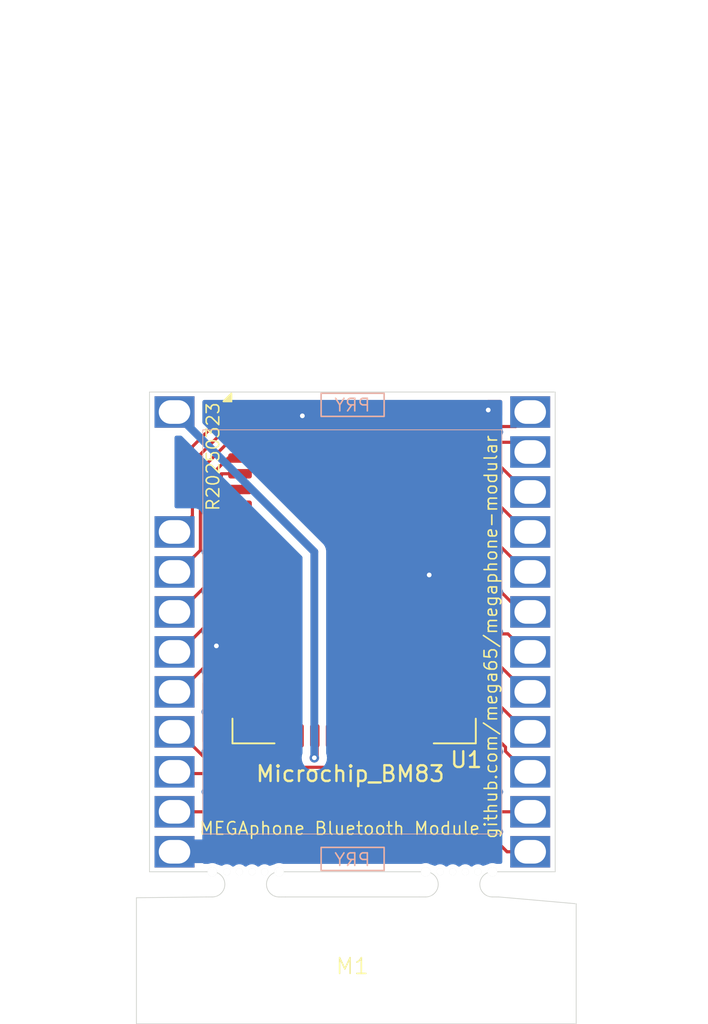
<source format=kicad_pcb>
(kicad_pcb (version 20240108) (generator "pcbnew") (generator_version "8.0")
  (layers (0 "F.Cu" signal) (31 "B.Cu" signal) (34 "B.Paste" user) (35 "F.Paste" user) (36 "B.SilkS" user "B.Silkscreen") (37 "F.SilkS" user "F.Silkscreen") (38 "B.Mask" user) (39 "F.Mask" user) (44 "Edge.Cuts" user))
  (net 0 "")
  (net 28 "UART_CTS")
  (net 29 "UART_RXD")
  (net 30 "UART_TX_IND")
  (net 31 "LED2")
  (net 32 "PWM")
  (net 33 "VBAT")
  (net 34 "SDA")
  (net 35 "SCL")
  (net 36 "DR1")
  (net 37 "GND")
  (net 38 "TEMP1")
  (net 39 "UART_TXD")
  (net 40 "MCLK1")
  (net 41 "RFS1")
  (net 42 "GPIO_P2_3")
  (net 43 "SCLK1")
  (net 44 "MFB")
  (net 45 "UART_RTS")
  (net 46 "{slash}RESET")
  (net 47 "TEMP2")
  (net 48 "DT1")
  (net 49 "LED1")
  (footprint "RF_Module:Microchip_BM83" (layer "F.Cu") (at 109.082 62.481)
    (property "Reference" "U1" (at 7.123 17.275 0) (layer "F.SilkS"))
    (property "Value" "Microchip_BM83" (at -0.243 18.164 0) (layer "F.SilkS"))
    (fp_line (start -7.73 14.66) (end -7.73 16.23) (stroke (width 0.12)) (layer "F.SilkS"))
    (fp_line (start -7.73 16.23) (end -5.06 16.23) (stroke (width 0.12)) (layer "F.SilkS"))
    (fp_line (start 5.06 16.23) (end 7.73 16.23) (stroke (width 0.12)) (layer "F.SilkS"))
    (fp_line (start 7.73 16.23) (end 7.73 14.66) (stroke (width 0.12)) (layer "F.SilkS"))
    (fp_poly (pts (xy -7.8 -5.5) (xy -8.3 -5.5) (xy -7.8 -6) (xy -7.8 -5.5)) (stroke (width 0.12)) (fill solid) (layer "F.SilkS"))
    (pad "1" smd roundrect (at -7.25 -4.9) (size 1.5 0.6) (layers "F.Cu" "F.Paste" "F.Mask") (net 36 "DR1"))
    (pad "2" smd roundrect (at -7.25 -3.9) (size 1.5 0.6) (layers "F.Cu" "F.Paste" "F.Mask") (net 41 "RFS1"))
    (pad "3" smd roundrect (at -7.25 -2.9) (size 1.5 0.6) (layers "F.Cu" "F.Paste" "F.Mask") (net 43 "SCLK1"))
    (pad "4" smd roundrect (at -7.25 -1.9) (size 1.5 0.6) (layers "F.Cu" "F.Paste" "F.Mask") (net 48 "DT1"))
    (pad "5" smd roundrect (at -7.25 -0.9) (size 1.5 0.6) (layers "F.Cu" "F.Paste" "F.Mask") (net 40 "MCLK1"))
    (pad "6" smd roundrect (at -7.25 0.1) (size 1.5 0.6) (layers "F.Cu" "F.Paste" "F.Mask"))
    (pad "7" smd roundrect (at -7.25 1.1) (size 1.5 0.6) (layers "F.Cu" "F.Paste" "F.Mask"))
    (pad "8" smd roundrect (at -7.25 2.1) (size 1.5 0.6) (layers "F.Cu" "F.Paste" "F.Mask"))
    (pad "9" smd roundrect (at -7.25 3.1) (size 1.5 0.6) (layers "F.Cu" "F.Paste" "F.Mask"))
    (pad "10" smd roundrect (at -7.25 4.1) (size 1.5 0.6) (layers "F.Cu" "F.Paste" "F.Mask"))
    (pad "11" smd roundrect (at -7.25 5.1) (size 1.5 0.6) (layers "F.Cu" "F.Paste" "F.Mask"))
    (pad "12" smd roundrect (at -7.25 6.1) (size 1.5 0.6) (layers "F.Cu" "F.Paste" "F.Mask"))
    (pad "13" smd roundrect (at -7.25 7.1) (size 1.5 0.6) (layers "F.Cu" "F.Paste" "F.Mask"))
    (pad "14" smd roundrect (at -7.25 8.1) (size 1.5 0.6) (layers "F.Cu" "F.Paste" "F.Mask"))
    (pad "15" smd roundrect (at -7.25 9.1) (size 1.5 0.6) (layers "F.Cu" "F.Paste" "F.Mask"))
    (pad "16" smd roundrect (at -7.25 10.1) (size 1.5 0.6) (layers "F.Cu" "F.Paste" "F.Mask") (net 37 "GND"))
    (pad "17" smd roundrect (at -7.25 11.1) (size 1.5 0.6) (layers "F.Cu" "F.Paste" "F.Mask"))
    (pad "18" smd roundrect (at -7.25 12.1) (size 1.5 0.6) (layers "F.Cu" "F.Paste" "F.Mask"))
    (pad "19" smd roundrect (at -7.25 13.1) (size 1.5 0.6) (layers "F.Cu" "F.Paste" "F.Mask"))
    (pad "20" smd roundrect (at -7.25 14.1) (size 1.5 0.6) (layers "F.Cu" "F.Paste" "F.Mask"))
    (pad "21" smd roundrect (at -4.5 15.75) (size 0.6 1.5) (layers "F.Cu" "F.Paste" "F.Mask"))
    (pad "22" smd roundrect (at -3.5 15.75) (size 0.6 1.5) (layers "F.Cu" "F.Paste" "F.Mask"))
    (pad "23" smd roundrect (at -2.5 15.75) (size 0.6 1.5) (layers "F.Cu" "F.Paste" "F.Mask") (net 33 "VBAT"))
    (pad "24" smd roundrect (at -1.5 15.75) (size 0.6 1.5) (layers "F.Cu" "F.Paste" "F.Mask"))
    (pad "25" smd roundrect (at -0.5 15.75) (size 0.6 1.5) (layers "F.Cu" "F.Paste" "F.Mask"))
    (pad "26" smd roundrect (at 0.5 15.75) (size 0.6 1.5) (layers "F.Cu" "F.Paste" "F.Mask") (net 44 "MFB"))
    (pad "27" smd roundrect (at 1.5 15.75) (size 0.6 1.5) (layers "F.Cu" "F.Paste" "F.Mask") (net 38 "TEMP1"))
    (pad "28" smd roundrect (at 2.5 15.75) (size 0.6 1.5) (layers "F.Cu" "F.Paste" "F.Mask") (net 47 "TEMP2"))
    (pad "29" smd roundrect (at 3.5 15.75) (size 0.6 1.5) (layers "F.Cu" "F.Paste" "F.Mask") (net 29 "UART_RXD"))
    (pad "30" smd roundrect (at 4.5 15.75) (size 0.6 1.5) (layers "F.Cu" "F.Paste" "F.Mask") (net 39 "UART_TXD"))
    (pad "31" smd roundrect (at 7.25 14.1) (size 1.5 0.6) (layers "F.Cu" "F.Paste" "F.Mask") (net 45 "UART_RTS"))
    (pad "32" smd roundrect (at 7.25 13.1) (size 1.5 0.6) (layers "F.Cu" "F.Paste" "F.Mask") (net 49 "LED1"))
    (pad "33" smd roundrect (at 7.25 12.1) (size 1.5 0.6) (layers "F.Cu" "F.Paste" "F.Mask"))
    (pad "34" smd roundrect (at 7.25 11.1) (size 1.5 0.6) (layers "F.Cu" "F.Paste" "F.Mask") (net 31 "LED2"))
    (pad "35" smd roundrect (at 7.25 10.1) (size 1.5 0.6) (layers "F.Cu" "F.Paste" "F.Mask"))
    (pad "36" smd roundrect (at 7.25 9.1) (size 1.5 0.6) (layers "F.Cu" "F.Paste" "F.Mask"))
    (pad "37" smd roundrect (at 7.25 8.1) (size 1.5 0.6) (layers "F.Cu" "F.Paste" "F.Mask"))
    (pad "38" smd roundrect (at 7.25 7.1) (size 1.5 0.6) (layers "F.Cu" "F.Paste" "F.Mask"))
    (pad "39" smd roundrect (at 7.25 6.1) (size 1.5 0.6) (layers "F.Cu" "F.Paste" "F.Mask"))
    (pad "40" smd roundrect (at 7.25 5.1) (size 1.5 0.6) (layers "F.Cu" "F.Paste" "F.Mask"))
    (pad "41" smd roundrect (at 7.25 4.1) (size 1.5 0.6) (layers "F.Cu" "F.Paste" "F.Mask") (net 32 "PWM"))
    (pad "42" smd roundrect (at 7.25 3.1) (size 1.5 0.6) (layers "F.Cu" "F.Paste" "F.Mask") (net 42 "GPIO_P2_3"))
    (pad "43" smd roundrect (at 7.25 2.1) (size 1.5 0.6) (layers "F.Cu" "F.Paste" "F.Mask") (net 46 "{slash}RESET"))
    (pad "44" smd roundrect (at 7.25 1.1) (size 1.5 0.6) (layers "F.Cu" "F.Paste" "F.Mask"))
    (pad "45" smd roundrect (at 7.25 0.1) (size 1.5 0.6) (layers "F.Cu" "F.Paste" "F.Mask"))
    (pad "46" smd roundrect (at 7.25 -0.9) (size 1.5 0.6) (layers "F.Cu" "F.Paste" "F.Mask") (net 35 "SCL"))
    (pad "47" smd roundrect (at 7.25 -1.9) (size 1.5 0.6) (layers "F.Cu" "F.Paste" "F.Mask") (net 34 "SDA"))
    (pad "48" smd roundrect (at 7.25 -2.9) (size 1.5 0.6) (layers "F.Cu" "F.Paste" "F.Mask") (net 28 "UART_CTS"))
    (pad "49" smd roundrect (at 7.25 -3.9) (size 1.5 0.6) (layers "F.Cu" "F.Paste" "F.Mask") (net 30 "UART_TX_IND"))
    (pad "50" smd roundrect (at 7.25 -4.9) (size 1.5 0.6) (layers "F.Cu" "F.Paste" "F.Mask") (net 37 "GND"))
    (pad "56" smd roundrect (at 4.77 5.53) (size 1.78 1.78) (layers "F.Cu" "F.Paste" "F.Mask") (roundrect_rratio 0.1404494382) (net 37 "GND"))
    (pad "57" smd roundrect (at -3.29 -4.58) (size 2.79 0.76) (layers "F.Cu" "F.Paste" "F.Mask") (net 37 "GND"))
    (zone (net 0) (net_name "") (layer "F.Cu") (connect_pads (clearance 0)) (min_thickness 0.25)
      (keepout (tracks not_allowed) (vias allowed) (pads allowed) (copperpour not_allowed) (footprints allowed))
      (fill (thermal_gap 0.5) (thermal_bridge_width 0.5))
      (polygon (pts (xy 102.782 56.481) (xy 102.782 77.081) (xy 101.582 77.081) (xy 101.582 78.481) (xy 104.082 78.481) (xy 104.082 77.281) (xy 114.082 77.281) (xy 114.082 78.481) (xy 116.582 78.481) (xy 116.582 77.081) (xy 115.382 77.081) (xy 115.382 56.481)))
    )
    (zone (net 0) (net_name "") (layers "F.Cu" "B.Cu" "Cmts.User") (connect_pads (clearance 0)) (min_thickness 0.25)
      (keepout (tracks not_allowed) (vias not_allowed) (pads not_allowed) (copperpour not_allowed) (footprints not_allowed))
      (fill (thermal_gap 0.5) (thermal_bridge_width 0.5))
      (polygon (pts (xy 86.582 31.481) (xy 86.582 56.481) (xy 131.582 56.481) (xy 131.582 31.481)))
    )
  )
  (footprint "MegaCastle:MegaCastle2x12-Module-I19.0x25.7-M9FFFFF-PANEL-NIBBLE" (layer "F.Cu") (at 108.969 71.628)
    (property "Reference" "M1" (at 0 21.24 0) (layer "F.SilkS") (effects (font (thickness 0.1))))
    (property "Value" "~")
    (fp_rect (start -9.5 12.84) (end 9.5 -12.84) (stroke (width 0.05)) (fill none) (layer "B.SilkS"))
    (fp_rect (start -1.984241 -13.691) (end 2.019516 -15.16) (stroke (width 0.1)) (fill none) (layer "B.SilkS"))
    (fp_rect (start -1.984241 13.691) (end 2.019516 15.16) (stroke (width 0.1)) (fill none) (layer "B.SilkS"))
    (fp_line (start -12.8875 -15.24) (end -12.8875 15.24) (stroke (width 0.05)) (layer "Edge.Cuts"))
    (fp_line (start -12.8875 -15.24) (end 12.8875 -15.24) (stroke (width 0.05)) (layer "Edge.Cuts"))
    (fp_line (start -12.8875 15.24) (end -9.3 15.24) (stroke (width 0.05)) (layer "Edge.Cuts"))
    (fp_line (start -9.3 15.24) (end -8.9 15.24) (stroke (width 0.05)) (layer "Edge.Cuts"))
    (fp_line (start -9.3 16.84) (end -8.9 16.84) (stroke (width 0.05)) (layer "Edge.Cuts"))
    (fp_line (start -4.255 15.24) (end -4.655 15.24) (stroke (width 0.05)) (layer "Edge.Cuts"))
    (fp_line (start -4.255 15.24) (end 4.255 15.24) (stroke (width 0.05)) (layer "Edge.Cuts"))
    (fp_line (start -4.255 16.84) (end -4.655 16.84) (stroke (width 0.05)) (layer "Edge.Cuts"))
    (fp_line (start 4.255 15.24) (end 4.655 15.24) (stroke (width 0.05)) (layer "Edge.Cuts"))
    (fp_line (start 4.255 16.84) (end 4.655 16.84) (stroke (width 0.05)) (layer "Edge.Cuts"))
    (fp_line (start 9.3 15.24) (end 8.900001 15.24) (stroke (width 0.05)) (layer "Edge.Cuts"))
    (fp_line (start 9.3 15.24) (end 12.8875 15.24) (stroke (width 0.05)) (layer "Edge.Cuts"))
    (fp_line (start 9.3 16.84) (end 8.900001 16.84) (stroke (width 0.05)) (layer "Edge.Cuts"))
    (fp_line (start 12.8875 -15.24) (end 12.8875 15.24) (stroke (width 0.05)) (layer "Edge.Cuts"))
    (fp_arc (start -8.9 15.24) (mid -8.1 16.040001) (end -8.9 16.84) (stroke (width 0.05)) (layer "Edge.Cuts"))
    (fp_arc (start -4.655 16.84) (mid -5.455 16.04) (end -4.655 15.24) (stroke (width 0.05)) (layer "Edge.Cuts"))
    (fp_arc (start 4.655 15.24) (mid 5.455 16.040001) (end 4.655 16.84) (stroke (width 0.05)) (layer "Edge.Cuts"))
    (fp_arc (start 8.900001 16.84) (mid 8.1 16.04) (end 8.900001 15.24) (stroke (width 0.05)) (layer "Edge.Cuts"))
    (fp_text user "PRY" (at 0 14.94 0) (layer "B.SilkS") (effects (font (size 0.8 0.8) (thickness 0.1)) (justify bottom mirror)))
    (fp_text user "PRY" (at 0 -13.94 0) (layer "B.SilkS") (effects (font (size 0.8 0.8) (thickness 0.1)) (justify bottom mirror)))
    (pad "" np_thru_hole circle (at -8.9 15.24) (size 0.6 0.6) (drill 0.6) (layers "*.Cu" "In1.Cu" "In2.Cu" "In3.Cu" "In4.Cu" "In5.Cu" "In6.Cu" "In7.Cu" "In8.Cu" "In9.Cu" "In10.Cu" "In11.Cu" "In12.Cu" "In13.Cu" "In14.Cu" "In15.Cu" "In16.Cu" "In17.Cu" "In18.Cu" "In19.Cu" "In20.Cu" "In21.Cu" "In22.Cu" "In23.Cu" "In24.Cu" "In25.Cu" "In26.Cu" "In27.Cu" "In28.Cu" "In29.Cu" "In30.Cu" "Edge.Cuts"))
    (pad "" np_thru_hole circle (at -7.9775 15.24) (size 0.45 0.45) (drill 0.45) (layers "*.Cu" "In1.Cu" "In2.Cu" "In3.Cu" "In4.Cu" "In5.Cu" "In6.Cu" "In7.Cu" "In8.Cu" "In9.Cu" "In10.Cu" "In11.Cu" "In12.Cu" "In13.Cu" "In14.Cu" "In15.Cu" "In16.Cu" "In17.Cu" "In18.Cu" "In19.Cu" "In20.Cu" "In21.Cu" "In22.Cu" "In23.Cu" "In24.Cu" "In25.Cu" "In26.Cu" "In27.Cu" "In28.Cu" "In29.Cu" "In30.Cu" "Edge.Cuts"))
    (pad "" np_thru_hole circle (at -7.1775 15.24) (size 0.45 0.45) (drill 0.45) (layers "*.Cu" "In1.Cu" "In2.Cu" "In3.Cu" "In4.Cu" "In5.Cu" "In6.Cu" "In7.Cu" "In8.Cu" "In9.Cu" "In10.Cu" "In11.Cu" "In12.Cu" "In13.Cu" "In14.Cu" "In15.Cu" "In16.Cu" "In17.Cu" "In18.Cu" "In19.Cu" "In20.Cu" "In21.Cu" "In22.Cu" "In23.Cu" "In24.Cu" "In25.Cu" "In26.Cu" "In27.Cu" "In28.Cu" "In29.Cu" "In30.Cu" "Edge.Cuts"))
    (pad "" np_thru_hole circle (at -6.3775 15.24) (size 0.45 0.45) (drill 0.45) (layers "*.Cu" "In1.Cu" "In2.Cu" "In3.Cu" "In4.Cu" "In5.Cu" "In6.Cu" "In7.Cu" "In8.Cu" "In9.Cu" "In10.Cu" "In11.Cu" "In12.Cu" "In13.Cu" "In14.Cu" "In15.Cu" "In16.Cu" "In17.Cu" "In18.Cu" "In19.Cu" "In20.Cu" "In21.Cu" "In22.Cu" "In23.Cu" "In24.Cu" "In25.Cu" "In26.Cu" "In27.Cu" "In28.Cu" "In29.Cu" "In30.Cu" "Edge.Cuts"))
    (pad "" np_thru_hole circle (at -5.5775 15.24) (size 0.45 0.45) (drill 0.45) (layers "*.Cu" "In1.Cu" "In2.Cu" "In3.Cu" "In4.Cu" "In5.Cu" "In6.Cu" "In7.Cu" "In8.Cu" "In9.Cu" "In10.Cu" "In11.Cu" "In12.Cu" "In13.Cu" "In14.Cu" "In15.Cu" "In16.Cu" "In17.Cu" "In18.Cu" "In19.Cu" "In20.Cu" "In21.Cu" "In22.Cu" "In23.Cu" "In24.Cu" "In25.Cu" "In26.Cu" "In27.Cu" "In28.Cu" "In29.Cu" "In30.Cu" "Edge.Cuts"))
    (pad "" np_thru_hole circle (at -4.655 15.24) (size 0.6 0.6) (drill 0.6) (layers "*.Cu" "In1.Cu" "In2.Cu" "In3.Cu" "In4.Cu" "In5.Cu" "In6.Cu" "In7.Cu" "In8.Cu" "In9.Cu" "In10.Cu" "In11.Cu" "In12.Cu" "In13.Cu" "In14.Cu" "In15.Cu" "In16.Cu" "In17.Cu" "In18.Cu" "In19.Cu" "In20.Cu" "In21.Cu" "In22.Cu" "In23.Cu" "In24.Cu" "In25.Cu" "In26.Cu" "In27.Cu" "In28.Cu" "In29.Cu" "In30.Cu" "Edge.Cuts"))
    (pad "" np_thru_hole circle (at 4.655 15.24) (size 0.6 0.6) (drill 0.6) (layers "*.Cu" "In1.Cu" "In2.Cu" "In3.Cu" "In4.Cu" "In5.Cu" "In6.Cu" "In7.Cu" "In8.Cu" "In9.Cu" "In10.Cu" "In11.Cu" "In12.Cu" "In13.Cu" "In14.Cu" "In15.Cu" "In16.Cu" "In17.Cu" "In18.Cu" "In19.Cu" "In20.Cu" "In21.Cu" "In22.Cu" "In23.Cu" "In24.Cu" "In25.Cu" "In26.Cu" "In27.Cu" "In28.Cu" "In29.Cu" "In30.Cu" "Edge.Cuts"))
    (pad "" np_thru_hole circle (at 5.5775 15.24) (size 0.45 0.45) (drill 0.45) (layers "*.Cu" "In1.Cu" "In2.Cu" "In3.Cu" "In4.Cu" "In5.Cu" "In6.Cu" "In7.Cu" "In8.Cu" "In9.Cu" "In10.Cu" "In11.Cu" "In12.Cu" "In13.Cu" "In14.Cu" "In15.Cu" "In16.Cu" "In17.Cu" "In18.Cu" "In19.Cu" "In20.Cu" "In21.Cu" "In22.Cu" "In23.Cu" "In24.Cu" "In25.Cu" "In26.Cu" "In27.Cu" "In28.Cu" "In29.Cu" "In30.Cu" "Edge.Cuts"))
    (pad "" np_thru_hole circle (at 6.3775 15.24) (size 0.45 0.45) (drill 0.45) (layers "*.Cu" "In1.Cu" "In2.Cu" "In3.Cu" "In4.Cu" "In5.Cu" "In6.Cu" "In7.Cu" "In8.Cu" "In9.Cu" "In10.Cu" "In11.Cu" "In12.Cu" "In13.Cu" "In14.Cu" "In15.Cu" "In16.Cu" "In17.Cu" "In18.Cu" "In19.Cu" "In20.Cu" "In21.Cu" "In22.Cu" "In23.Cu" "In24.Cu" "In25.Cu" "In26.Cu" "In27.Cu" "In28.Cu" "In29.Cu" "In30.Cu" "Edge.Cuts"))
    (pad "" np_thru_hole circle (at 7.1775 15.24) (size 0.45 0.45) (drill 0.45) (layers "*.Cu" "In1.Cu" "In2.Cu" "In3.Cu" "In4.Cu" "In5.Cu" "In6.Cu" "In7.Cu" "In8.Cu" "In9.Cu" "In10.Cu" "In11.Cu" "In12.Cu" "In13.Cu" "In14.Cu" "In15.Cu" "In16.Cu" "In17.Cu" "In18.Cu" "In19.Cu" "In20.Cu" "In21.Cu" "In22.Cu" "In23.Cu" "In24.Cu" "In25.Cu" "In26.Cu" "In27.Cu" "In28.Cu" "In29.Cu" "In30.Cu" "Edge.Cuts"))
    (pad "" np_thru_hole circle (at 7.9775 15.24) (size 0.45 0.45) (drill 0.45) (layers "*.Cu" "In1.Cu" "In2.Cu" "In3.Cu" "In4.Cu" "In5.Cu" "In6.Cu" "In7.Cu" "In8.Cu" "In9.Cu" "In10.Cu" "In11.Cu" "In12.Cu" "In13.Cu" "In14.Cu" "In15.Cu" "In16.Cu" "In17.Cu" "In18.Cu" "In19.Cu" "In20.Cu" "In21.Cu" "In22.Cu" "In23.Cu" "In24.Cu" "In25.Cu" "In26.Cu" "In27.Cu" "In28.Cu" "In29.Cu" "In30.Cu" "Edge.Cuts"))
    (pad "" np_thru_hole circle (at 8.900001 15.24) (size 0.6 0.6) (drill 0.6) (layers "*.Cu" "In1.Cu" "In2.Cu" "In3.Cu" "In4.Cu" "In5.Cu" "In6.Cu" "In7.Cu" "In8.Cu" "In9.Cu" "In10.Cu" "In11.Cu" "In12.Cu" "In13.Cu" "In14.Cu" "In15.Cu" "In16.Cu" "In17.Cu" "In18.Cu" "In19.Cu" "In20.Cu" "In21.Cu" "In22.Cu" "In23.Cu" "In24.Cu" "In25.Cu" "In26.Cu" "In27.Cu" "In28.Cu" "In29.Cu" "In30.Cu" "Edge.Cuts"))
    (pad "1" thru_hole rect (at -11.3 -13.97) (size 2.54 2) (drill oval 2 1.5) (property pad_prop_castellated) (layers "*.Cu" "*.Mask" "In1.Cu" "In2.Cu" "In3.Cu" "In4.Cu" "In5.Cu" "In6.Cu" "In7.Cu" "In8.Cu" "In9.Cu" "In10.Cu" "In11.Cu" "In12.Cu" "In13.Cu" "In14.Cu" "In15.Cu" "In16.Cu" "In17.Cu" "In18.Cu" "In19.Cu" "In20.Cu" "In21.Cu" "In22.Cu" "In23.Cu" "In24.Cu" "In25.Cu" "In26.Cu" "In27.Cu" "In28.Cu" "In29.Cu" "In30.Cu") (net 33 "VBAT"))
    (pad "4" thru_hole rect (at -11.3 -6.35) (size 2.54 2) (drill oval 2 1.5) (property pad_prop_castellated) (layers "*.Cu" "*.Mask" "In1.Cu" "In2.Cu" "In3.Cu" "In4.Cu" "In5.Cu" "In6.Cu" "In7.Cu" "In8.Cu" "In9.Cu" "In10.Cu" "In11.Cu" "In12.Cu" "In13.Cu" "In14.Cu" "In15.Cu" "In16.Cu" "In17.Cu" "In18.Cu" "In19.Cu" "In20.Cu" "In21.Cu" "In22.Cu" "In23.Cu" "In24.Cu" "In25.Cu" "In26.Cu" "In27.Cu" "In28.Cu" "In29.Cu" "In30.Cu") (net 36 "DR1"))
    (pad "5" thru_hole rect (at -11.3 -3.81) (size 2.54 2) (drill oval 2 1.5) (property pad_prop_castellated) (layers "*.Cu" "*.Mask" "In1.Cu" "In2.Cu" "In3.Cu" "In4.Cu" "In5.Cu" "In6.Cu" "In7.Cu" "In8.Cu" "In9.Cu" "In10.Cu" "In11.Cu" "In12.Cu" "In13.Cu" "In14.Cu" "In15.Cu" "In16.Cu" "In17.Cu" "In18.Cu" "In19.Cu" "In20.Cu" "In21.Cu" "In22.Cu" "In23.Cu" "In24.Cu" "In25.Cu" "In26.Cu" "In27.Cu" "In28.Cu" "In29.Cu" "In30.Cu") (net 41 "RFS1"))
    (pad "6" thru_hole rect (at -11.3 -1.27) (size 2.54 2) (drill oval 2 1.5) (property pad_prop_castellated) (layers "*.Cu" "*.Mask" "In1.Cu" "In2.Cu" "In3.Cu" "In4.Cu" "In5.Cu" "In6.Cu" "In7.Cu" "In8.Cu" "In9.Cu" "In10.Cu" "In11.Cu" "In12.Cu" "In13.Cu" "In14.Cu" "In15.Cu" "In16.Cu" "In17.Cu" "In18.Cu" "In19.Cu" "In20.Cu" "In21.Cu" "In22.Cu" "In23.Cu" "In24.Cu" "In25.Cu" "In26.Cu" "In27.Cu" "In28.Cu" "In29.Cu" "In30.Cu") (net 43 "SCLK1"))
    (pad "7" thru_hole rect (at -11.3 1.27) (size 2.54 2) (drill oval 2 1.5) (property pad_prop_castellated) (layers "*.Cu" "*.Mask" "In1.Cu" "In2.Cu" "In3.Cu" "In4.Cu" "In5.Cu" "In6.Cu" "In7.Cu" "In8.Cu" "In9.Cu" "In10.Cu" "In11.Cu" "In12.Cu" "In13.Cu" "In14.Cu" "In15.Cu" "In16.Cu" "In17.Cu" "In18.Cu" "In19.Cu" "In20.Cu" "In21.Cu" "In22.Cu" "In23.Cu" "In24.Cu" "In25.Cu" "In26.Cu" "In27.Cu" "In28.Cu" "In29.Cu" "In30.Cu") (net 48 "DT1"))
    (pad "8" thru_hole rect (at -11.3 3.81) (size 2.54 2) (drill oval 2 1.5) (property pad_prop_castellated) (layers "*.Cu" "*.Mask" "In1.Cu" "In2.Cu" "In3.Cu" "In4.Cu" "In5.Cu" "In6.Cu" "In7.Cu" "In8.Cu" "In9.Cu" "In10.Cu" "In11.Cu" "In12.Cu" "In13.Cu" "In14.Cu" "In15.Cu" "In16.Cu" "In17.Cu" "In18.Cu" "In19.Cu" "In20.Cu" "In21.Cu" "In22.Cu" "In23.Cu" "In24.Cu" "In25.Cu" "In26.Cu" "In27.Cu" "In28.Cu" "In29.Cu" "In30.Cu") (net 40 "MCLK1"))
    (pad "9" thru_hole rect (at -11.3 6.35) (size 2.54 2) (drill oval 2 1.5) (property pad_prop_castellated) (layers "*.Cu" "*.Mask" "In1.Cu" "In2.Cu" "In3.Cu" "In4.Cu" "In5.Cu" "In6.Cu" "In7.Cu" "In8.Cu" "In9.Cu" "In10.Cu" "In11.Cu" "In12.Cu" "In13.Cu" "In14.Cu" "In15.Cu" "In16.Cu" "In17.Cu" "In18.Cu" "In19.Cu" "In20.Cu" "In21.Cu" "In22.Cu" "In23.Cu" "In24.Cu" "In25.Cu" "In26.Cu" "In27.Cu" "In28.Cu" "In29.Cu" "In30.Cu") (net 44 "MFB"))
    (pad "10" thru_hole rect (at -11.3 8.89) (size 2.54 2) (drill oval 2 1.5) (property pad_prop_castellated) (layers "*.Cu" "*.Mask" "In1.Cu" "In2.Cu" "In3.Cu" "In4.Cu" "In5.Cu" "In6.Cu" "In7.Cu" "In8.Cu" "In9.Cu" "In10.Cu" "In11.Cu" "In12.Cu" "In13.Cu" "In14.Cu" "In15.Cu" "In16.Cu" "In17.Cu" "In18.Cu" "In19.Cu" "In20.Cu" "In21.Cu" "In22.Cu" "In23.Cu" "In24.Cu" "In25.Cu" "In26.Cu" "In27.Cu" "In28.Cu" "In29.Cu" "In30.Cu") (net 38 "TEMP1"))
    (pad "11" thru_hole rect (at -11.3 11.43) (size 2.54 2) (drill oval 2 1.5) (property pad_prop_castellated) (layers "*.Cu" "*.Mask" "In1.Cu" "In2.Cu" "In3.Cu" "In4.Cu" "In5.Cu" "In6.Cu" "In7.Cu" "In8.Cu" "In9.Cu" "In10.Cu" "In11.Cu" "In12.Cu" "In13.Cu" "In14.Cu" "In15.Cu" "In16.Cu" "In17.Cu" "In18.Cu" "In19.Cu" "In20.Cu" "In21.Cu" "In22.Cu" "In23.Cu" "In24.Cu" "In25.Cu" "In26.Cu" "In27.Cu" "In28.Cu" "In29.Cu" "In30.Cu") (net 47 "TEMP2"))
    (pad "12" thru_hole rect (at -11.3 13.97) (size 2.54 2) (drill oval 2 1.5) (property pad_prop_castellated) (layers "*.Cu" "*.Mask" "In1.Cu" "In2.Cu" "In3.Cu" "In4.Cu" "In5.Cu" "In6.Cu" "In7.Cu" "In8.Cu" "In9.Cu" "In10.Cu" "In11.Cu" "In12.Cu" "In13.Cu" "In14.Cu" "In15.Cu" "In16.Cu" "In17.Cu" "In18.Cu" "In19.Cu" "In20.Cu" "In21.Cu" "In22.Cu" "In23.Cu" "In24.Cu" "In25.Cu" "In26.Cu" "In27.Cu" "In28.Cu" "In29.Cu" "In30.Cu") (net 37 "GND"))
    (pad "13" thru_hole rect (at 11.3 -13.97) (size 2.54 2) (drill oval 2 1.5) (property pad_prop_castellated) (layers "*.Cu" "*.Mask" "In1.Cu" "In2.Cu" "In3.Cu" "In4.Cu" "In5.Cu" "In6.Cu" "In7.Cu" "In8.Cu" "In9.Cu" "In10.Cu" "In11.Cu" "In12.Cu" "In13.Cu" "In14.Cu" "In15.Cu" "In16.Cu" "In17.Cu" "In18.Cu" "In19.Cu" "In20.Cu" "In21.Cu" "In22.Cu" "In23.Cu" "In24.Cu" "In25.Cu" "In26.Cu" "In27.Cu" "In28.Cu" "In29.Cu" "In30.Cu") (net 30 "UART_TX_IND"))
    (pad "14" thru_hole rect (at 11.3 -11.43) (size 2.54 2) (drill oval 2 1.5) (property pad_prop_castellated) (layers "*.Cu" "*.Mask" "In1.Cu" "In2.Cu" "In3.Cu" "In4.Cu" "In5.Cu" "In6.Cu" "In7.Cu" "In8.Cu" "In9.Cu" "In10.Cu" "In11.Cu" "In12.Cu" "In13.Cu" "In14.Cu" "In15.Cu" "In16.Cu" "In17.Cu" "In18.Cu" "In19.Cu" "In20.Cu" "In21.Cu" "In22.Cu" "In23.Cu" "In24.Cu" "In25.Cu" "In26.Cu" "In27.Cu" "In28.Cu" "In29.Cu" "In30.Cu") (net 28 "UART_CTS"))
    (pad "15" thru_hole rect (at 11.3 -8.89) (size 2.54 2) (drill oval 2 1.5) (property pad_prop_castellated) (layers "*.Cu" "*.Mask" "In1.Cu" "In2.Cu" "In3.Cu" "In4.Cu" "In5.Cu" "In6.Cu" "In7.Cu" "In8.Cu" "In9.Cu" "In10.Cu" "In11.Cu" "In12.Cu" "In13.Cu" "In14.Cu" "In15.Cu" "In16.Cu" "In17.Cu" "In18.Cu" "In19.Cu" "In20.Cu" "In21.Cu" "In22.Cu" "In23.Cu" "In24.Cu" "In25.Cu" "In26.Cu" "In27.Cu" "In28.Cu" "In29.Cu" "In30.Cu") (net 34 "SDA"))
    (pad "16" thru_hole rect (at 11.3 -6.35) (size 2.54 2) (drill oval 2 1.5) (property pad_prop_castellated) (layers "*.Cu" "*.Mask" "In1.Cu" "In2.Cu" "In3.Cu" "In4.Cu" "In5.Cu" "In6.Cu" "In7.Cu" "In8.Cu" "In9.Cu" "In10.Cu" "In11.Cu" "In12.Cu" "In13.Cu" "In14.Cu" "In15.Cu" "In16.Cu" "In17.Cu" "In18.Cu" "In19.Cu" "In20.Cu" "In21.Cu" "In22.Cu" "In23.Cu" "In24.Cu" "In25.Cu" "In26.Cu" "In27.Cu" "In28.Cu" "In29.Cu" "In30.Cu") (net 35 "SCL"))
    (pad "17" thru_hole rect (at 11.3 -3.81) (size 2.54 2) (drill oval 2 1.5) (property pad_prop_castellated) (layers "*.Cu" "*.Mask" "In1.Cu" "In2.Cu" "In3.Cu" "In4.Cu" "In5.Cu" "In6.Cu" "In7.Cu" "In8.Cu" "In9.Cu" "In10.Cu" "In11.Cu" "In12.Cu" "In13.Cu" "In14.Cu" "In15.Cu" "In16.Cu" "In17.Cu" "In18.Cu" "In19.Cu" "In20.Cu" "In21.Cu" "In22.Cu" "In23.Cu" "In24.Cu" "In25.Cu" "In26.Cu" "In27.Cu" "In28.Cu" "In29.Cu" "In30.Cu") (net 46 "{slash}RESET"))
    (pad "18" thru_hole rect (at 11.3 -1.27) (size 2.54 2) (drill oval 2 1.5) (property pad_prop_castellated) (layers "*.Cu" "*.Mask" "In1.Cu" "In2.Cu" "In3.Cu" "In4.Cu" "In5.Cu" "In6.Cu" "In7.Cu" "In8.Cu" "In9.Cu" "In10.Cu" "In11.Cu" "In12.Cu" "In13.Cu" "In14.Cu" "In15.Cu" "In16.Cu" "In17.Cu" "In18.Cu" "In19.Cu" "In20.Cu" "In21.Cu" "In22.Cu" "In23.Cu" "In24.Cu" "In25.Cu" "In26.Cu" "In27.Cu" "In28.Cu" "In29.Cu" "In30.Cu") (net 42 "GPIO_P2_3"))
    (pad "19" thru_hole rect (at 11.3 1.27) (size 2.54 2) (drill oval 2 1.5) (property pad_prop_castellated) (layers "*.Cu" "*.Mask" "In1.Cu" "In2.Cu" "In3.Cu" "In4.Cu" "In5.Cu" "In6.Cu" "In7.Cu" "In8.Cu" "In9.Cu" "In10.Cu" "In11.Cu" "In12.Cu" "In13.Cu" "In14.Cu" "In15.Cu" "In16.Cu" "In17.Cu" "In18.Cu" "In19.Cu" "In20.Cu" "In21.Cu" "In22.Cu" "In23.Cu" "In24.Cu" "In25.Cu" "In26.Cu" "In27.Cu" "In28.Cu" "In29.Cu" "In30.Cu") (net 32 "PWM"))
    (pad "20" thru_hole rect (at 11.3 3.81) (size 2.54 2) (drill oval 2 1.5) (property pad_prop_castellated) (layers "*.Cu" "*.Mask" "In1.Cu" "In2.Cu" "In3.Cu" "In4.Cu" "In5.Cu" "In6.Cu" "In7.Cu" "In8.Cu" "In9.Cu" "In10.Cu" "In11.Cu" "In12.Cu" "In13.Cu" "In14.Cu" "In15.Cu" "In16.Cu" "In17.Cu" "In18.Cu" "In19.Cu" "In20.Cu" "In21.Cu" "In22.Cu" "In23.Cu" "In24.Cu" "In25.Cu" "In26.Cu" "In27.Cu" "In28.Cu" "In29.Cu" "In30.Cu") (net 31 "LED2"))
    (pad "21" thru_hole rect (at 11.3 6.35) (size 2.54 2) (drill oval 2 1.5) (property pad_prop_castellated) (layers "*.Cu" "*.Mask" "In1.Cu" "In2.Cu" "In3.Cu" "In4.Cu" "In5.Cu" "In6.Cu" "In7.Cu" "In8.Cu" "In9.Cu" "In10.Cu" "In11.Cu" "In12.Cu" "In13.Cu" "In14.Cu" "In15.Cu" "In16.Cu" "In17.Cu" "In18.Cu" "In19.Cu" "In20.Cu" "In21.Cu" "In22.Cu" "In23.Cu" "In24.Cu" "In25.Cu" "In26.Cu" "In27.Cu" "In28.Cu" "In29.Cu" "In30.Cu") (net 49 "LED1"))
    (pad "22" thru_hole rect (at 11.3 8.89) (size 2.54 2) (drill oval 2 1.5) (property pad_prop_castellated) (layers "*.Cu" "*.Mask" "In1.Cu" "In2.Cu" "In3.Cu" "In4.Cu" "In5.Cu" "In6.Cu" "In7.Cu" "In8.Cu" "In9.Cu" "In10.Cu" "In11.Cu" "In12.Cu" "In13.Cu" "In14.Cu" "In15.Cu" "In16.Cu" "In17.Cu" "In18.Cu" "In19.Cu" "In20.Cu" "In21.Cu" "In22.Cu" "In23.Cu" "In24.Cu" "In25.Cu" "In26.Cu" "In27.Cu" "In28.Cu" "In29.Cu" "In30.Cu") (net 45 "UART_RTS"))
    (pad "23" thru_hole rect (at 11.3 11.43) (size 2.54 2) (drill oval 2 1.5) (property pad_prop_castellated) (layers "*.Cu" "*.Mask" "In1.Cu" "In2.Cu" "In3.Cu" "In4.Cu" "In5.Cu" "In6.Cu" "In7.Cu" "In8.Cu" "In9.Cu" "In10.Cu" "In11.Cu" "In12.Cu" "In13.Cu" "In14.Cu" "In15.Cu" "In16.Cu" "In17.Cu" "In18.Cu" "In19.Cu" "In20.Cu" "In21.Cu" "In22.Cu" "In23.Cu" "In24.Cu" "In25.Cu" "In26.Cu" "In27.Cu" "In28.Cu" "In29.Cu" "In30.Cu") (net 39 "UART_TXD"))
    (pad "24" thru_hole rect (at 11.3 13.97) (size 2.54 2) (drill oval 2 1.5) (property pad_prop_castellated) (layers "*.Cu" "*.Mask" "In1.Cu" "In2.Cu" "In3.Cu" "In4.Cu" "In5.Cu" "In6.Cu" "In7.Cu" "In8.Cu" "In9.Cu" "In10.Cu" "In11.Cu" "In12.Cu" "In13.Cu" "In14.Cu" "In15.Cu" "In16.Cu" "In17.Cu" "In18.Cu" "In19.Cu" "In20.Cu" "In21.Cu" "In22.Cu" "In23.Cu" "In24.Cu" "In25.Cu" "In26.Cu" "In27.Cu" "In28.Cu" "In29.Cu" "In30.Cu") (net 29 "UART_RXD"))
  )
  (gr_line (start 95.25 96.52) (end 123.19 96.52) (stroke (width 0.05)) (layer "Edge.Cuts"))
  (gr_line (start 99.669 88.468) (end 95.25 88.519) (stroke (width 0.05)) (layer "Edge.Cuts"))
  (gr_line (start 95.25 88.519) (end 95.25 96.52) (stroke (width 0.05)) (layer "Edge.Cuts"))
  (gr_line (start 113.224 88.468) (end 104.714 88.468) (stroke (width 0.05)) (layer "Edge.Cuts"))
  (gr_line (start 123.19 96.52) (end 123.19 88.9) (stroke (width 0.05)) (layer "Edge.Cuts"))
  (gr_line (start 123.19 88.9) (end 118.269 88.468) (stroke (width 0.05)) (layer "Edge.Cuts"))
  (gr_text "MEGAphone Bluetooth Module" (at 99.187 84.582 0) (layer "F.SilkS") (effects (font (size 0.8 0.8) (thickness 0.1)) (justify left bottom)))
  (gr_text "github.com/mega65/megaphone-modular" (at 118.237 84.836 90) (layer "F.SilkS") (effects (font (size 0.8 0.8) (thickness 0.1)) (justify left bottom)))
  (gr_text "R20250323" (at 100.584 64.008 90) (layer "F.SilkS") (effects (font (size 0.8 0.8) (thickness 0.1)) (justify left bottom)))
  (segment (start 119.652 59.581) (end 116.332 59.581) (width 0.2) (layer "F.Cu") (net 28))
  (segment (start 120.269 60.198) (end 119.652 59.581) (width 0.2) (layer "F.Cu") (net 28))
  (segment (start 112.582 79.381) (end 112.582 78.231) (width 0.2) (layer "F.Cu") (net 29))
  (segment (start 118.799 85.598) (end 112.582 79.381) (width 0.2) (layer "F.Cu") (net 29))
  (segment (start 120.269 85.598) (end 118.799 85.598) (width 0.2) (layer "F.Cu") (net 29))
  (segment (start 120.269 57.658) (end 119.346 58.581) (width 0.2) (layer "F.Cu") (net 30))
  (segment (start 119.346 58.581) (end 116.332 58.581) (width 0.2) (layer "F.Cu") (net 30))
  (segment (start 119.999 75.438) (end 118.142 73.581) (width 0.2) (layer "F.Cu") (net 31))
  (segment (start 120.269 75.438) (end 119.999 75.438) (width 0.2) (layer "F.Cu") (net 31))
  (segment (start 118.142 73.581) (end 116.332 73.581) (width 0.2) (layer "F.Cu") (net 31))
  (segment (start 116.722552 66.581) (end 116.332 66.581) (width 0.2) (layer "F.Cu") (net 32))
  (segment (start 118.856 71.755) (end 117.382 71.755) (width 0.2) (layer "F.Cu") (net 32))
  (segment (start 120.269 72.898) (end 119.999 72.898) (width 0.2) (layer "F.Cu") (net 32))
  (segment (start 119.999 72.898) (end 118.856 71.755) (width 0.2) (layer "F.Cu") (net 32))
  (segment (start 117.382 71.755) (end 117.382 67.240448) (width 0.2) (layer "F.Cu") (net 32))
  (segment (start 117.382 67.240448) (end 116.722552 66.581) (width 0.2) (layer "F.Cu") (net 32))
  (segment (start 106.582 79.6) (end 106.553 79.629) (width 0.5) (layer "F.Cu") (net 33))
  (segment (start 106.582 78.231) (end 106.582 79.6) (width 0.5) (layer "F.Cu") (net 33))
  (via (at 106.553 79.629) (size 0.6) (drill 0.3) (layers "F.Cu" "B.Cu") (net 33))
  (segment (start 106.553 79.629) (end 106.553 66.542) (width 0.5) (layer "B.Cu") (net 33))
  (segment (start 106.553 66.542) (end 97.669 57.658) (width 0.5) (layer "B.Cu") (net 33))
  (segment (start 119.999 62.738) (end 117.842 60.581) (width 0.2) (layer "F.Cu") (net 34))
  (segment (start 120.269 62.738) (end 119.999 62.738) (width 0.2) (layer "F.Cu") (net 34))
  (segment (start 117.842 60.581) (end 116.332 60.581) (width 0.2) (layer "F.Cu") (net 34))
  (segment (start 120.269 65.278) (end 119.999 65.278) (width 0.2) (layer "F.Cu") (net 35))
  (segment (start 117.459 62.738) (end 117.459 62.317448) (width 0.2) (layer "F.Cu") (net 35))
  (segment (start 119.999 65.278) (end 117.459 62.738) (width 0.2) (layer "F.Cu") (net 35))
  (segment (start 117.459 62.317448) (end 116.722552 61.581) (width 0.2) (layer "F.Cu") (net 35))
  (segment (start 116.722552 61.581) (end 116.332 61.581) (width 0.2) (layer "F.Cu") (net 35))
  (segment (start 97.669 65.278) (end 97.79 65.278) (width 0.2) (layer "F.Cu") (net 36))
  (segment (start 98.806 64.262) (end 98.806 59.857001) (width 0.2) (layer "F.Cu") (net 36))
  (segment (start 98.806 59.857001) (end 101.082001 57.581) (width 0.2) (layer "F.Cu") (net 36))
  (segment (start 101.082001 57.581) (end 101.832 57.581) (width 0.2) (layer "F.Cu") (net 36))
  (segment (start 97.79 65.278) (end 98.806 64.262) (width 0.2) (layer "F.Cu") (net 36))
  (segment (start 101.832 72.581) (end 100.394 72.581) (width 0.5) (layer "F.Cu") (net 37))
  (segment (start 100.394 72.581) (end 100.33 72.517) (width 0.5) (layer "F.Cu") (net 37))
  (segment (start 116.332 57.581) (end 117.552 57.581) (width 0.5) (layer "F.Cu") (net 37))
  (segment (start 117.552 57.581) (end 117.602 57.531) (width 0.5) (layer "F.Cu") (net 37))
  (via (at 100.33 72.517) (size 0.6) (drill 0.3) (layers "F.Cu" "B.Cu") (net 37))
  (via (at 113.852 68.011) (size 0.6) (drill 0.3) (layers "F.Cu" "B.Cu") (net 37))
  (via (at 105.792 57.901) (size 0.6) (drill 0.3) (layers "F.Cu" "B.Cu") (net 37))
  (via (at 117.602 57.531) (size 0.6) (drill 0.3) (layers "F.Cu" "B.Cu") (net 37))
  (segment (start 97.699 85.568) (end 99.852 85.568) (width 1.5) (layer "B.Cu") (net 37))
  (segment (start 97.669 85.598) (end 97.699 85.568) (width 1.5) (layer "B.Cu") (net 37))
  (segment (start 99.852 85.568) (end 100.711 84.709) (width 1.5) (layer "B.Cu") (net 37))
  (segment (start 97.78 80.629) (end 108.574552 80.629) (width 0.2) (layer "F.Cu") (net 38))
  (segment (start 108.574552 80.629) (end 110.582 78.621552) (width 0.2) (layer "F.Cu") (net 38))
  (segment (start 110.582 78.621552) (end 110.582 78.231) (width 0.2) (layer "F.Cu") (net 38))
  (segment (start 97.669 80.518) (end 97.78 80.629) (width 0.2) (layer "F.Cu") (net 38))
  (segment (start 118.409 83.058) (end 113.582 78.231) (width 0.2) (layer "F.Cu") (net 39))
  (segment (start 120.269 83.058) (end 118.409 83.058) (width 0.2) (layer "F.Cu") (net 39))
  (segment (start 99.568 72.39) (end 99.568 73.869) (width 0.2) (layer "F.Cu") (net 40))
  (segment (start 97.999 75.438) (end 97.669 75.438) (width 0.2) (layer "F.Cu") (net 40))
  (segment (start 100.647687 71.310313) (end 99.568 72.39) (width 0.2) (layer "F.Cu") (net 40))
  (segment (start 100.647687 61.581) (end 100.647687 71.310313) (width 0.2) (layer "F.Cu") (net 40))
  (segment (start 101.832 61.581) (end 100.647687 61.581) (width 0.2) (layer "F.Cu") (net 40))
  (segment (start 99.568 73.869) (end 97.999 75.438) (width 0.2) (layer "F.Cu") (net 40))
  (segment (start 99.314 66.443) (end 97.939 67.818) (width 0.2) (layer "F.Cu") (net 41))
  (segment (start 101.832 58.581) (end 101.082001 58.581) (width 0.2) (layer "F.Cu") (net 41))
  (segment (start 99.314 60.349001) (end 99.314 66.443) (width 0.2) (layer "F.Cu") (net 41))
  (segment (start 97.939 67.818) (end 97.669 67.818) (width 0.2) (layer "F.Cu") (net 41))
  (segment (start 101.082001 58.581) (end 99.314 60.349001) (width 0.2) (layer "F.Cu") (net 41))
  (segment (start 120.269 70.358) (end 119.687 70.358) (width 0.2) (layer "F.Cu") (net 42))
  (segment (start 117.782 68.453) (end 117.782 66.640448) (width 0.2) (layer "F.Cu") (net 42))
  (segment (start 116.722552 65.581) (end 116.332 65.581) (width 0.2) (layer "F.Cu") (net 42))
  (segment (start 119.687 70.358) (end 117.782 68.453) (width 0.2) (layer "F.Cu") (net 42))
  (segment (start 117.782 66.640448) (end 116.722552 65.581) (width 0.2) (layer "F.Cu") (net 42))
  (segment (start 97.999 70.358) (end 97.669 70.358) (width 0.2) (layer "F.Cu") (net 43))
  (segment (start 99.714 68.643) (end 97.999 70.358) (width 0.2) (layer "F.Cu") (net 43))
  (segment (start 101.832 59.581) (end 101.082001 59.581) (width 0.2) (layer "F.Cu") (net 43))
  (segment (start 101.082001 59.581) (end 99.714 60.949001) (width 0.2) (layer "F.Cu") (net 43))
  (segment (start 99.714 60.949001) (end 99.714 68.643) (width 0.2) (layer "F.Cu") (net 43))
  (segment (start 97.669 77.978) (end 97.939 77.978) (width 0.2) (layer "F.Cu") (net 44))
  (segment (start 107.974552 80.229) (end 109.582 78.621552) (width 0.2) (layer "F.Cu") (net 44))
  (segment (start 109.582 78.621552) (end 109.582 78.231) (width 0.2) (layer "F.Cu") (net 44))
  (segment (start 100.19 80.229) (end 107.974552 80.229) (width 0.2) (layer "F.Cu") (net 44))
  (segment (start 97.939 77.978) (end 100.19 80.229) (width 0.2) (layer "F.Cu") (net 44))
  (segment (start 120.269 80.518) (end 119.999 80.518) (width 0.2) (layer "F.Cu") (net 45))
  (segment (start 118.699 78.948) (end 116.332 76.581) (width 0.2) (layer "F.Cu") (net 45))
  (segment (start 119.999 80.518) (end 118.699 79.218) (width 0.2) (layer "F.Cu") (net 45))
  (segment (start 118.699 79.218) (end 118.699 78.948) (width 0.2) (layer "F.Cu") (net 45))
  (segment (start 119.999 67.818) (end 116.762 64.581) (width 0.2) (layer "F.Cu") (net 46))
  (segment (start 120.269 67.818) (end 119.999 67.818) (width 0.2) (layer "F.Cu") (net 46))
  (segment (start 116.762 64.581) (end 116.332 64.581) (width 0.2) (layer "F.Cu") (net 46))
  (segment (start 107.504999 83.058) (end 111.582 78.980999) (width 0.2) (layer "F.Cu") (net 47))
  (segment (start 97.669 83.058) (end 107.504999 83.058) (width 0.2) (layer "F.Cu") (net 47))
  (segment (start 111.582 78.980999) (end 111.582 78.231) (width 0.2) (layer "F.Cu") (net 47))
  (segment (start 97.999 72.898) (end 97.669 72.898) (width 0.2) (layer "F.Cu") (net 48))
  (segment (start 101.082001 60.581) (end 100.114 61.549001) (width 0.2) (layer "F.Cu") (net 48))
  (segment (start 100.114 70.783) (end 97.999 72.898) (width 0.2) (layer "F.Cu") (net 48))
  (segment (start 101.832 60.581) (end 101.082001 60.581) (width 0.2) (layer "F.Cu") (net 48))
  (segment (start 100.114 61.549001) (end 100.114 70.783) (width 0.2) (layer "F.Cu") (net 48))
  (segment (start 117.602 75.581) (end 116.332 75.581) (width 0.2) (layer "F.Cu") (net 49))
  (segment (start 119.999 77.978) (end 117.602 75.581) (width 0.2) (layer "F.Cu") (net 49))
  (segment (start 120.269 77.978) (end 119.999 77.978) (width 0.2) (layer "F.Cu") (net 49))
  (zone (net 37) (net_name "GND") (layer "F.Cu") (priority 1) (connect_pads (clearance 0.5)) (min_thickness 0.25) (fill yes (thermal_gap 0.5) (thermal_bridge_width 0.5))
    (polygon (pts (xy 97.663 56.388) (xy 97.663 86.868) (xy 120.269 86.868) (xy 120.396 56.388)))
  )
  (zone (net 37) (net_name "GND") (layer "B.Cu") (connect_pads (clearance 0.5)) (min_thickness 0.25) (fill yes (thermal_gap 0.5) (thermal_bridge_width 0.5))
    (polygon (pts (xy 97.669 56.388) (xy 97.669 86.868) (xy 120.269 86.868) (xy 120.269 56.388)))
  )
)
</source>
